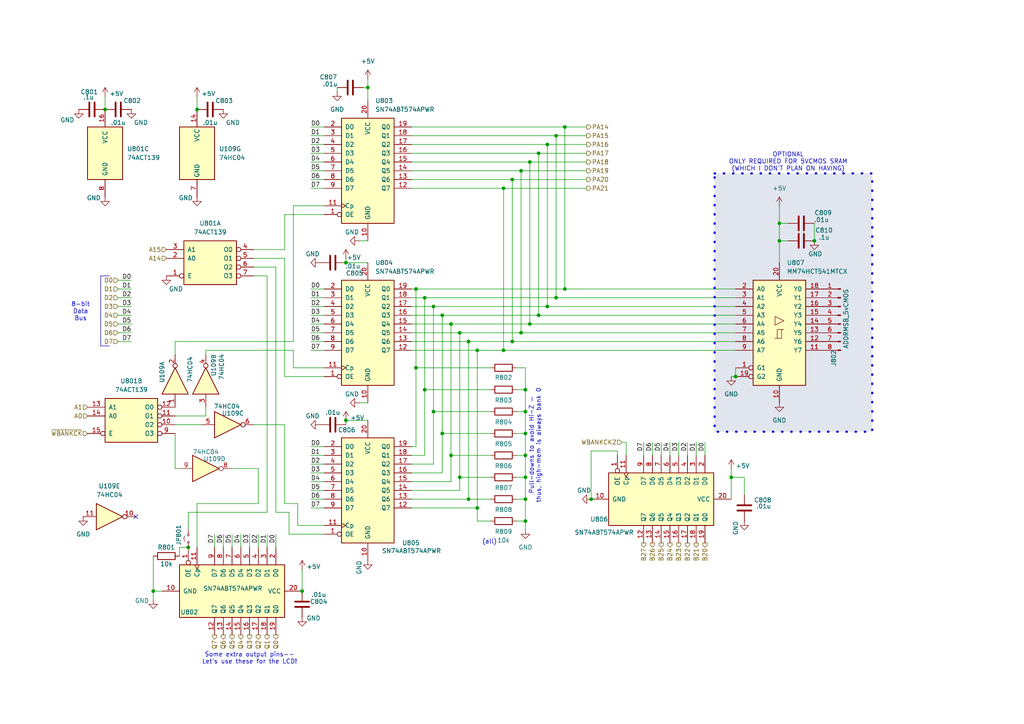
<source format=kicad_sch>
(kicad_sch (version 20250114) (generator "eeschema") (generator_version "9.0")
  (paper "A4")
  (title_block (title "65c02 Homebrew") (rev "Rev A") (company "Joseph R. Freeston") (comment 2 "https://github.com/snorklerjoe/useful6502") (comment 4 "A 65c02-based computer with peripheral i/o offloaded to a PIC16 microcontroller."))
  (lib_symbols
    (symbol "74xx:74HC04"
      (property "Reference" "U" (at 0 1.27 0))
      (property "Value" "74HC04" (at 0 -1.27 0))
      (symbol "74HC04_1_0"
        (polyline (pts (xy -3.81 3.81) (xy -3.81 -3.81) (xy 3.81 0) (xy -3.81 3.81)) (stroke (width 0.254)) (fill (type background)))
        (pin input line (at -7.62 0 0) (length 3.81) (name "~") (number "1"))
        (pin output inverted (at 7.62 0 180) (length 3.81) (name "~") (number "2"))
      )
      (symbol "74HC04_2_0"
        (polyline (pts (xy -3.81 3.81) (xy -3.81 -3.81) (xy 3.81 0) (xy -3.81 3.81)) (stroke (width 0.254)) (fill (type background)))
        (pin input line (at -7.62 0 0) (length 3.81) (name "~") (number "3"))
        (pin output inverted (at 7.62 0 180) (length 3.81) (name "~") (number "4"))
      )
      (symbol "74HC04_3_0"
        (polyline (pts (xy -3.81 3.81) (xy -3.81 -3.81) (xy 3.81 0) (xy -3.81 3.81)) (stroke (width 0.254)) (fill (type background)))
        (pin input line (at -7.62 0 0) (length 3.81) (name "~") (number "5"))
        (pin output inverted (at 7.62 0 180) (length 3.81) (name "~") (number "6"))
      )
      (symbol "74HC04_4_0"
        (polyline (pts (xy -3.81 3.81) (xy -3.81 -3.81) (xy 3.81 0) (xy -3.81 3.81)) (stroke (width 0.254)) (fill (type background)))
        (pin input line (at -7.62 0 0) (length 3.81) (name "~") (number "9"))
        (pin output inverted (at 7.62 0 180) (length 3.81) (name "~") (number "8"))
      )
      (symbol "74HC04_5_0"
        (polyline (pts (xy -3.81 3.81) (xy -3.81 -3.81) (xy 3.81 0) (xy -3.81 3.81)) (stroke (width 0.254)) (fill (type background)))
        (pin input line (at -7.62 0 0) (length 3.81) (name "~") (number "11"))
        (pin output inverted (at 7.62 0 180) (length 3.81) (name "~") (number "10"))
      )
      (symbol "74HC04_6_0"
        (polyline (pts (xy -3.81 3.81) (xy -3.81 -3.81) (xy 3.81 0) (xy -3.81 3.81)) (stroke (width 0.254)) (fill (type background)))
        (pin input line (at -7.62 0 0) (length 3.81) (name "~") (number "13"))
        (pin output inverted (at 7.62 0 180) (length 3.81) (name "~") (number "12"))
      )
      (symbol "74HC04_7_0"
        (pin power_in line (at 0 12.7 270) (length 5.08) (name "VCC") (number "14"))
        (pin power_in line (at 0 -12.7 90) (length 5.08) (name "GND") (number "7"))
      )
      (symbol "74HC04_7_1"
        (rectangle (start -5.08 7.62) (end 5.08 -7.62) (stroke (width 0.254)) (fill (type background)))
      )
    )
    (symbol "74xx:74HCT541" (pin_names (offset 1.016))
      (property "Reference" "U" (at -7.62 16.51 0))
      (property "Value" "74HCT541" (at -7.62 -16.51 0))
      (symbol "74HCT541_1_0"
        (polyline (pts (xy -1.27 -1.6002) (xy 0.635 -1.6002) (xy 0.635 0.9398) (xy 1.27 0.9398)))
        (polyline (pts (xy -0.635 -1.6002) (xy -0.635 0.9398) (xy 0.635 0.9398)))
        (polyline (pts (xy 1.27 3.4798) (xy -1.27 4.7498) (xy -1.27 2.2098) (xy 1.27 3.4798)) (stroke (width 0.1524)))
        (pin input line (at -12.7 12.7 0) (length 5.08) (name "A0") (number "2"))
        (pin input line (at -12.7 10.16 0) (length 5.08) (name "A1") (number "3"))
        (pin input line (at -12.7 7.62 0) (length 5.08) (name "A2") (number "4"))
        (pin input line (at -12.7 5.08 0) (length 5.08) (name "A3") (number "5"))
        (pin input line (at -12.7 2.54 0) (length 5.08) (name "A4") (number "6"))
        (pin input line (at -12.7 0 0) (length 5.08) (name "A5") (number "7"))
        (pin input line (at -12.7 -2.54 0) (length 5.08) (name "A6") (number "8"))
        (pin input line (at -12.7 -5.08 0) (length 5.08) (name "A7") (number "9"))
        (pin input inverted (at -12.7 -10.16 0) (length 5.08) (name "G1") (number "1"))
        (pin input inverted (at -12.7 -12.7 0) (length 5.08) (name "G2") (number "19"))
        (pin power_in line (at 0 20.32 270) (length 5.08) (name "VCC") (number "20"))
        (pin power_in line (at 0 -20.32 90) (length 5.08) (name "GND") (number "10"))
        (pin tri_state line (at 12.7 12.7 180) (length 5.08) (name "Y0") (number "18"))
        (pin tri_state line (at 12.7 10.16 180) (length 5.08) (name "Y1") (number "17"))
        (pin tri_state line (at 12.7 7.62 180) (length 5.08) (name "Y2") (number "16"))
        (pin tri_state line (at 12.7 5.08 180) (length 5.08) (name "Y3") (number "15"))
        (pin tri_state line (at 12.7 2.54 180) (length 5.08) (name "Y4") (number "14"))
        (pin tri_state line (at 12.7 0 180) (length 5.08) (name "Y5") (number "13"))
        (pin tri_state line (at 12.7 -2.54 180) (length 5.08) (name "Y6") (number "12"))
        (pin tri_state line (at 12.7 -5.08 180) (length 5.08) (name "Y7") (number "11"))
      )
      (symbol "74HCT541_1_1"
        (rectangle (start -7.62 15.24) (end 7.62 -15.24) (stroke (width 0.254)) (fill (type background)))
      )
    )
    (symbol "74xx:74HCT574" (pin_names (offset 1.016))
      (property "Reference" "U" (at -7.62 16.51 0))
      (property "Value" "74HCT574" (at -7.62 -16.51 0))
      (symbol "74HCT574_1_0"
        (pin input line (at -12.7 12.7 0) (length 5.08) (name "D0") (number "2"))
        (pin input line (at -12.7 10.16 0) (length 5.08) (name "D1") (number "3"))
        (pin input line (at -12.7 7.62 0) (length 5.08) (name "D2") (number "4"))
        (pin input line (at -12.7 5.08 0) (length 5.08) (name "D3") (number "5"))
        (pin input line (at -12.7 2.54 0) (length 5.08) (name "D4") (number "6"))
        (pin input line (at -12.7 0 0) (length 5.08) (name "D5") (number "7"))
        (pin input line (at -12.7 -2.54 0) (length 5.08) (name "D6") (number "8"))
        (pin input line (at -12.7 -5.08 0) (length 5.08) (name "D7") (number "9"))
        (pin input clock (at -12.7 -10.16 0) (length 5.08) (name "Cp") (number "11"))
        (pin input inverted (at -12.7 -12.7 0) (length 5.08) (name "OE") (number "1"))
        (pin power_in line (at 0 20.32 270) (length 5.08) (name "VCC") (number "20"))
        (pin power_in line (at 0 -20.32 90) (length 5.08) (name "GND") (number "10"))
        (pin tri_state line (at 12.7 12.7 180) (length 5.08) (name "Q0") (number "19"))
        (pin tri_state line (at 12.7 10.16 180) (length 5.08) (name "Q1") (number "18"))
        (pin tri_state line (at 12.7 7.62 180) (length 5.08) (name "Q2") (number "17"))
        (pin tri_state line (at 12.7 5.08 180) (length 5.08) (name "Q3") (number "16"))
        (pin tri_state line (at 12.7 2.54 180) (length 5.08) (name "Q4") (number "15"))
        (pin tri_state line (at 12.7 0 180) (length 5.08) (name "Q5") (number "14"))
        (pin tri_state line (at 12.7 -2.54 180) (length 5.08) (name "Q6") (number "13"))
        (pin tri_state line (at 12.7 -5.08 180) (length 5.08) (name "Q7") (number "12"))
      )
      (symbol "74HCT574_1_1"
        (rectangle (start -7.62 15.24) (end 7.62 -15.24) (stroke (width 0.254)) (fill (type background)))
      )
    )
    (symbol "74xx:74LS139" (pin_names (offset 1.016))
      (property "Reference" "U" (at -7.62 8.89 0))
      (property "Value" "74LS139" (at -7.62 -8.89 0))
      (symbol "74LS139_1_0"
        (pin input line (at -12.7 2.54 0) (length 5.08) (name "A1") (number "3"))
        (pin input line (at -12.7 0 0) (length 5.08) (name "A0") (number "2"))
        (pin input inverted (at -12.7 -5.08 0) (length 5.08) (name "E") (number "1"))
        (pin output inverted (at 12.7 2.54 180) (length 5.08) (name "O0") (number "4"))
        (pin output inverted (at 12.7 0 180) (length 5.08) (name "O1") (number "5"))
        (pin output inverted (at 12.7 -2.54 180) (length 5.08) (name "O2") (number "6"))
        (pin output inverted (at 12.7 -5.08 180) (length 5.08) (name "O3") (number "7"))
      )
      (symbol "74LS139_1_1"
        (rectangle (start -7.62 5.08) (end 7.62 -7.62) (stroke (width 0.254)) (fill (type background)))
      )
      (symbol "74LS139_2_0"
        (pin input line (at -12.7 2.54 0) (length 5.08) (name "A1") (number "13"))
        (pin input line (at -12.7 0 0) (length 5.08) (name "A0") (number "14"))
        (pin input inverted (at -12.7 -5.08 0) (length 5.08) (name "E") (number "15"))
        (pin output inverted (at 12.7 2.54 180) (length 5.08) (name "O0") (number "12"))
        (pin output inverted (at 12.7 0 180) (length 5.08) (name "O1") (number "11"))
        (pin output inverted (at 12.7 -2.54 180) (length 5.08) (name "O2") (number "10"))
        (pin output inverted (at 12.7 -5.08 180) (length 5.08) (name "O3") (number "9"))
      )
      (symbol "74LS139_2_1"
        (rectangle (start -7.62 5.08) (end 7.62 -7.62) (stroke (width 0.254)) (fill (type background)))
      )
      (symbol "74LS139_3_0"
        (pin power_in line (at 0 12.7 270) (length 5.08) (name "VCC") (number "16"))
        (pin power_in line (at 0 -12.7 90) (length 5.08) (name "GND") (number "8"))
      )
      (symbol "74LS139_3_1"
        (rectangle (start -5.08 7.62) (end 5.08 -7.62) (stroke (width 0.254)) (fill (type background)))
      )
    )
    (symbol "Connector:Conn_01x08_Pin" (pin_names (offset 1.016) (hide yes))
      (property "Reference" "J" (at 0 10.16 0))
      (property "Value" "Conn_01x08_Pin" (at 0 -12.7 0))
      (symbol "Conn_01x08_Pin_1_1"
        (rectangle (start 0.8636 7.747) (end 0 7.493) (stroke (width 0.1524)) (fill (type outline)))
        (rectangle (start 0.8636 5.207) (end 0 4.953) (stroke (width 0.1524)) (fill (type outline)))
        (rectangle (start 0.8636 2.667) (end 0 2.413) (stroke (width 0.1524)) (fill (type outline)))
        (rectangle (start 0.8636 0.127) (end 0 -0.127) (stroke (width 0.1524)) (fill (type outline)))
        (rectangle (start 0.8636 -2.413) (end 0 -2.667) (stroke (width 0.1524)) (fill (type outline)))
        (rectangle (start 0.8636 -4.953) (end 0 -5.207) (stroke (width 0.1524)) (fill (type outline)))
        (rectangle (start 0.8636 -7.493) (end 0 -7.747) (stroke (width 0.1524)) (fill (type outline)))
        (rectangle (start 0.8636 -10.033) (end 0 -10.287) (stroke (width 0.1524)) (fill (type outline)))
        (polyline (pts (xy 1.27 7.62) (xy 0.8636 7.62)) (stroke (width 0.1524)))
        (polyline (pts (xy 1.27 5.08) (xy 0.8636 5.08)) (stroke (width 0.1524)))
        (polyline (pts (xy 1.27 2.54) (xy 0.8636 2.54)) (stroke (width 0.1524)))
        (polyline (pts (xy 1.27 0) (xy 0.8636 0)) (stroke (width 0.1524)))
        (polyline (pts (xy 1.27 -2.54) (xy 0.8636 -2.54)) (stroke (width 0.1524)))
        (polyline (pts (xy 1.27 -5.08) (xy 0.8636 -5.08)) (stroke (width 0.1524)))
        (polyline (pts (xy 1.27 -7.62) (xy 0.8636 -7.62)) (stroke (width 0.1524)))
        (polyline (pts (xy 1.27 -10.16) (xy 0.8636 -10.16)) (stroke (width 0.1524)))
        (pin passive line (at 5.08 7.62 180) (length 3.81) (name "Pin_1") (number "1"))
        (pin passive line (at 5.08 5.08 180) (length 3.81) (name "Pin_2") (number "2"))
        (pin passive line (at 5.08 2.54 180) (length 3.81) (name "Pin_3") (number "3"))
        (pin passive line (at 5.08 0 180) (length 3.81) (name "Pin_4") (number "4"))
        (pin passive line (at 5.08 -2.54 180) (length 3.81) (name "Pin_5") (number "5"))
        (pin passive line (at 5.08 -5.08 180) (length 3.81) (name "Pin_6") (number "6"))
        (pin passive line (at 5.08 -7.62 180) (length 3.81) (name "Pin_7") (number "7"))
        (pin passive line (at 5.08 -10.16 180) (length 3.81) (name "Pin_8") (number "8"))
      )
    )
    (symbol "Device:C" (pin_numbers (hide yes)) (pin_names (offset 0.254))
      (property "Reference" "C" (at 0.635 2.54 0))
      (property "Value" "C" (at 0.635 -2.54 0))
      (symbol "C_0_1"
        (polyline (pts (xy -2.032 0.762) (xy 2.032 0.762)) (stroke (width 0.508)))
        (polyline (pts (xy -2.032 -0.762) (xy 2.032 -0.762)) (stroke (width 0.508)))
      )
      (symbol "C_1_1"
        (pin passive line (at 0 3.81 270) (length 2.794) (name "~") (number "1"))
        (pin passive line (at 0 -3.81 90) (length 2.794) (name "~") (number "2"))
      )
    )
    (symbol "Device:R" (pin_numbers (hide yes)) (pin_names (offset 0))
      (property "Reference" "R" (at 2.032 0 90))
      (property "Value" "R" (at 0 0 90))
      (symbol "R_0_1"
        (rectangle (start -1.016 -2.54) (end 1.016 2.54) (stroke (width 0.254)))
      )
      (symbol "R_1_1"
        (pin passive line (at 0 3.81 270) (length 1.27) (name "~") (number "1"))
        (pin passive line (at 0 -3.81 90) (length 1.27) (name "~") (number "2"))
      )
    )
    (symbol "Jumper:Jumper_2_Small_Open" (pin_numbers (hide yes)) (pin_names (offset 0) (hide yes))
      (property "Reference" "JP" (at 0 2.794 0))
      (property "Value" "Jumper_2_Small_Open" (at 0 -2.286 0))
      (symbol "Jumper_2_Small_Open_0_0"
        (circle (center -1.016 0) (radius 0.254))
        (circle (center 1.016 0) (radius 0.254))
      )
      (symbol "Jumper_2_Small_Open_0_1"
        (arc (start -0.762 1.0196) (mid 0 1.2729) (end 0.762 1.0196))
      )
      (symbol "Jumper_2_Small_Open_1_1"
        (pin passive line (at -2.54 0 0) (length 1.27) (name "A") (number "1"))
        (pin passive line (at 2.54 0 180) (length 1.27) (name "B") (number "2"))
      )
    )
    (symbol "power:+5V" (power) (pin_numbers (hide yes)) (pin_names (offset 0) (hide yes))
      (property "Value" "+5V" (at 0 3.556 0))
      (symbol "+5V_0_1"
        (polyline (pts (xy -0.762 1.27) (xy 0 2.54)))
        (polyline (pts (xy 0 2.54) (xy 0.762 1.27)))
        (polyline (pts (xy 0 0) (xy 0 2.54)))
      )
      (symbol "+5V_1_1"
        (pin power_in line (at 0 0 90) (length 0) (name "~") (number "1"))
      )
    )
    (symbol "power:GND" (power) (pin_numbers (hide yes)) (pin_names (offset 0) (hide yes))
      (property "Value" "GND" (at 0 -3.81 0))
      (symbol "GND_0_1"
        (polyline (pts (xy 0 0) (xy 0 -1.27) (xy 1.27 -1.27) (xy 0 -2.54) (xy -1.27 -1.27) (xy 0 -1.27)))
      )
      (symbol "GND_1_1"
        (pin power_in line (at 0 0 270) (length 0) (name "~") (number "1"))
      )
    )
  )
  (rectangle (start 207.264 50.292) (end 252.984 125.222) (stroke (width 0.635) (type dot)) (fill (type color) (color 0 35 111 0.12)))
  (text "Pull-downs to avoid Hi-Z —\nthus, high-mem is always bank 0" (at 155.194 129.286 90) (effects (font (size 1.27 1.27))))
  (text "8-bit\nData\nBus" (at 23.368 90.424 0) (effects (font (size 1.27 1.27))))
  (text "OPTIONAL\nONLY REQUIRED FOR 5VCMOS SRAM\n(WHICH I DON'T PLAN ON HAVING)" (at 228.6 46.99 0) (effects (font (size 1.27 1.27))))
  (text "Some extra output pins--\nLet's use these for the LCD!" (at 72.39 191.008 0) (effects (font (size 1.27 1.27))))
  (text "(all)" (at 141.986 157.226 0) (effects (font (size 1.27 1.27))))
  (junction (at 226.06 64.77))
  (junction (at 151.13 96.52))
  (junction (at 152.4 119.38))
  (junction (at 135.89 99.06))
  (junction (at 163.83 83.82))
  (junction (at 156.21 91.44))
  (junction (at 212.09 138.43))
  (junction (at 100.33 121.92))
  (junction (at 128.27 125.73))
  (junction (at 171.45 144.78))
  (junction (at 152.4 125.73))
  (junction (at 87.63 171.45))
  (junction (at 128.27 91.44))
  (junction (at 135.89 144.78))
  (junction (at 133.35 138.43))
  (junction (at 130.81 132.08))
  (junction (at 125.73 119.38))
  (junction (at 213.36 109.22))
  (junction (at 123.19 86.36))
  (junction (at 161.29 86.36))
  (junction (at 152.4 113.03))
  (junction (at 138.43 147.32))
  (junction (at 152.4 132.08))
  (junction (at 152.4 144.78))
  (junction (at 57.15 31.75))
  (junction (at 236.22 69.85))
  (junction (at 158.75 41.91))
  (junction (at 152.4 138.43))
  (junction (at 30.48 31.75))
  (junction (at 226.06 69.85))
  (junction (at 120.65 106.68))
  (junction (at 153.67 46.99))
  (junction (at 148.59 52.07))
  (junction (at 152.4 151.13))
  (junction (at 153.67 93.98))
  (junction (at 146.05 101.6))
  (junction (at 161.29 39.37))
  (junction (at 123.19 113.03))
  (junction (at 146.05 54.61))
  (junction (at 44.45 171.45))
  (junction (at 163.83 36.83))
  (junction (at 130.81 93.98))
  (junction (at 106.68 25.4))
  (junction (at 120.65 83.82))
  (junction (at 156.21 44.45))
  (junction (at 158.75 88.9))
  (junction (at 138.43 101.6))
  (junction (at 133.35 96.52))
  (junction (at 100.33 76.2))
  (junction (at 54.61 158.75))
  (junction (at 151.13 49.53))
  (junction (at 125.73 88.9))
  (junction (at 148.59 99.06))
  (no_connect (at 39.37 149.86))
  (wire (pts (xy 52.07 161.29) (xy 52.07 158.75)))
  (wire (pts (xy 161.29 86.36) (xy 213.36 86.36)))
  (wire (pts (xy 130.81 139.7) (xy 130.81 132.08)))
  (wire (pts (xy 93.98 129.54) (xy 90.17 129.54)))
  (polyline (pts (xy 29.21 80.01) (xy 29.21 100.33)))
  (wire (pts (xy 44.45 161.29) (xy 44.45 171.45)))
  (wire (pts (xy 93.98 142.24) (xy 90.17 142.24)))
  (wire (pts (xy 138.43 101.6) (xy 146.05 101.6)))
  (wire (pts (xy 120.65 106.68) (xy 142.24 106.68)))
  (wire (pts (xy 236.22 64.77) (xy 236.22 69.85)))
  (wire (pts (xy 83.82 148.59) (xy 83.82 154.94)))
  (wire (pts (xy 93.98 96.52) (xy 90.17 96.52)))
  (wire (pts (xy 100.33 121.92) (xy 100.33 123.19)))
  (wire (pts (xy 104.14 116.84) (xy 106.68 116.84)))
  (wire (pts (xy 77.47 158.75) (xy 77.47 154.94)))
  (wire (pts (xy 93.98 147.32) (xy 90.17 147.32)))
  (wire (pts (xy 100.33 76.2) (xy 106.68 76.2)))
  (wire (pts (xy 119.38 88.9) (xy 125.73 88.9)))
  (wire (pts (xy 93.98 93.98) (xy 90.17 93.98)))
  (wire (pts (xy 85.09 99.06) (xy 85.09 59.69)))
  (wire (pts (xy 158.75 41.91) (xy 158.75 88.9)))
  (wire (pts (xy 82.55 123.19) (xy 82.55 146.05)))
  (wire (pts (xy 77.47 80.01) (xy 77.47 148.59)))
  (wire (pts (xy 138.43 147.32) (xy 138.43 101.6)))
  (wire (pts (xy 180.34 128.27) (xy 181.61 128.27)))
  (wire (pts (xy 146.05 54.61) (xy 170.18 54.61)))
  (wire (pts (xy 212.09 138.43) (xy 212.09 144.78)))
  (wire (pts (xy 123.19 86.36) (xy 123.19 113.03)))
  (wire (pts (xy 44.45 171.45) (xy 46.99 171.45)))
  (wire (pts (xy 93.98 49.53) (xy 90.17 49.53)))
  (wire (pts (xy 133.35 138.43) (xy 142.24 138.43)))
  (wire (pts (xy 156.21 44.45) (xy 156.21 91.44)))
  (wire (pts (xy 163.83 36.83) (xy 163.83 83.82)))
  (wire (pts (xy 128.27 91.44) (xy 156.21 91.44)))
  (polyline (pts (xy 31.75 100.33) (xy 29.21 100.33)))
  (wire (pts (xy 119.38 144.78) (xy 135.89 144.78)))
  (wire (pts (xy 148.59 52.07) (xy 148.59 99.06)))
  (wire (pts (xy 80.01 148.59) (xy 83.82 148.59)))
  (wire (pts (xy 82.55 109.22) (xy 82.55 74.93)))
  (wire (pts (xy 130.81 132.08) (xy 142.24 132.08)))
  (wire (pts (xy 105.41 25.4) (xy 106.68 25.4)))
  (wire (pts (xy 119.38 137.16) (xy 128.27 137.16)))
  (wire (pts (xy 226.06 69.85) (xy 226.06 76.2)))
  (wire (pts (xy 163.83 83.82) (xy 213.36 83.82)))
  (wire (pts (xy 93.98 139.7) (xy 90.17 139.7)))
  (wire (pts (xy 50.8 99.06) (xy 85.09 99.06)))
  (wire (pts (xy 215.9 138.43) (xy 212.09 138.43)))
  (wire (pts (xy 163.83 36.83) (xy 170.18 36.83)))
  (polyline (pts (xy 31.75 80.01) (xy 29.21 80.01)))
  (wire (pts (xy 152.4 119.38) (xy 152.4 125.73)))
  (wire (pts (xy 189.23 132.08) (xy 189.23 128.27)))
  (wire (pts (xy 153.67 46.99) (xy 153.67 93.98)))
  (wire (pts (xy 215.9 143.51) (xy 215.9 138.43)))
  (wire (pts (xy 128.27 137.16) (xy 128.27 125.73)))
  (wire (pts (xy 148.59 99.06) (xy 213.36 99.06)))
  (wire (pts (xy 152.4 153.67) (xy 152.4 151.13)))
  (wire (pts (xy 93.98 86.36) (xy 90.17 86.36)))
  (wire (pts (xy 151.13 96.52) (xy 213.36 96.52)))
  (wire (pts (xy 149.86 132.08) (xy 152.4 132.08)))
  (wire (pts (xy 181.61 128.27) (xy 181.61 132.08)))
  (wire (pts (xy 106.68 25.4) (xy 106.68 29.21)))
  (wire (pts (xy 120.65 83.82) (xy 163.83 83.82)))
  (wire (pts (xy 93.98 54.61) (xy 90.17 54.61)))
  (wire (pts (xy 158.75 88.9) (xy 213.36 88.9)))
  (wire (pts (xy 119.38 134.62) (xy 125.73 134.62)))
  (wire (pts (xy 119.38 46.99) (xy 153.67 46.99)))
  (wire (pts (xy 213.36 109.22) (xy 212.09 109.22)))
  (wire (pts (xy 119.38 91.44) (xy 128.27 91.44)))
  (wire (pts (xy 161.29 39.37) (xy 161.29 86.36)))
  (wire (pts (xy 93.98 144.78) (xy 90.17 144.78)))
  (wire (pts (xy 226.06 64.77) (xy 228.6 64.77)))
  (wire (pts (xy 73.66 77.47) (xy 80.01 77.47)))
  (wire (pts (xy 93.98 39.37) (xy 90.17 39.37)))
  (wire (pts (xy 152.4 113.03) (xy 152.4 119.38)))
  (wire (pts (xy 73.66 72.39) (xy 82.55 72.39)))
  (wire (pts (xy 93.98 36.83) (xy 90.17 36.83)))
  (wire (pts (xy 151.13 49.53) (xy 151.13 96.52)))
  (wire (pts (xy 57.15 27.94) (xy 57.15 31.75)))
  (wire (pts (xy 85.09 106.68) (xy 93.98 106.68)))
  (wire (pts (xy 93.98 91.44) (xy 90.17 91.44)))
  (wire (pts (xy 119.38 139.7) (xy 130.81 139.7)))
  (wire (pts (xy 194.31 132.08) (xy 194.31 128.27)))
  (wire (pts (xy 152.4 144.78) (xy 152.4 151.13)))
  (wire (pts (xy 74.93 135.89) (xy 74.93 146.05)))
  (wire (pts (xy 119.38 99.06) (xy 135.89 99.06)))
  (wire (pts (xy 156.21 44.45) (xy 170.18 44.45)))
  (wire (pts (xy 59.69 120.65) (xy 50.8 120.65)))
  (wire (pts (xy 138.43 151.13) (xy 138.43 147.32)))
  (wire (pts (xy 77.47 148.59) (xy 54.61 148.59)))
  (wire (pts (xy 30.48 27.94) (xy 30.48 31.75)))
  (wire (pts (xy 38.1 88.9) (xy 34.29 88.9)))
  (wire (pts (xy 93.98 46.99) (xy 90.17 46.99)))
  (wire (pts (xy 83.82 154.94) (xy 93.98 154.94)))
  (wire (pts (xy 38.1 86.36) (xy 34.29 86.36)))
  (wire (pts (xy 152.4 138.43) (xy 152.4 144.78)))
  (wire (pts (xy 123.19 113.03) (xy 142.24 113.03)))
  (wire (pts (xy 125.73 134.62) (xy 125.73 119.38)))
  (wire (pts (xy 64.77 158.75) (xy 64.77 154.94)))
  (wire (pts (xy 54.61 148.59) (xy 54.61 153.67)))
  (wire (pts (xy 50.8 135.89) (xy 50.8 125.73)))
  (wire (pts (xy 119.38 54.61) (xy 146.05 54.61)))
  (wire (pts (xy 226.06 59.69) (xy 226.06 64.77)))
  (wire (pts (xy 153.67 93.98) (xy 213.36 93.98)))
  (wire (pts (xy 153.67 46.99) (xy 170.18 46.99)))
  (wire (pts (xy 82.55 74.93) (xy 73.66 74.93)))
  (wire (pts (xy 93.98 137.16) (xy 90.17 137.16)))
  (wire (pts (xy 50.8 102.87) (xy 50.8 99.06)))
  (wire (pts (xy 226.06 64.77) (xy 226.06 69.85)))
  (wire (pts (xy 133.35 96.52) (xy 133.35 138.43)))
  (wire (pts (xy 93.98 132.08) (xy 90.17 132.08)))
  (wire (pts (xy 74.93 146.05) (xy 57.15 146.05)))
  (wire (pts (xy 146.05 54.61) (xy 146.05 101.6)))
  (wire (pts (xy 93.98 52.07) (xy 90.17 52.07)))
  (wire (pts (xy 119.38 93.98) (xy 130.81 93.98)))
  (wire (pts (xy 130.81 93.98) (xy 153.67 93.98)))
  (wire (pts (xy 67.31 158.75) (xy 67.31 154.94)))
  (wire (pts (xy 149.86 106.68) (xy 152.4 106.68)))
  (wire (pts (xy 125.73 119.38) (xy 142.24 119.38)))
  (wire (pts (xy 149.86 113.03) (xy 152.4 113.03)))
  (wire (pts (xy 93.98 99.06) (xy 90.17 99.06)))
  (wire (pts (xy 128.27 91.44) (xy 128.27 125.73)))
  (wire (pts (xy 59.69 101.6) (xy 85.09 101.6)))
  (wire (pts (xy 179.07 130.81) (xy 171.45 130.81)))
  (wire (pts (xy 119.38 83.82) (xy 120.65 83.82)))
  (wire (pts (xy 119.38 132.08) (xy 123.19 132.08)))
  (wire (pts (xy 179.07 130.81) (xy 179.07 132.08)))
  (wire (pts (xy 72.39 158.75) (xy 72.39 154.94)))
  (wire (pts (xy 82.55 146.05) (xy 86.36 146.05)))
  (wire (pts (xy 161.29 39.37) (xy 170.18 39.37)))
  (wire (pts (xy 149.86 138.43) (xy 152.4 138.43)))
  (wire (pts (xy 196.85 132.08) (xy 196.85 128.27)))
  (wire (pts (xy 204.47 132.08) (xy 204.47 128.27)))
  (wire (pts (xy 85.09 101.6) (xy 85.09 106.68)))
  (wire (pts (xy 93.98 44.45) (xy 90.17 44.45)))
  (wire (pts (xy 123.19 132.08) (xy 123.19 113.03)))
  (wire (pts (xy 119.38 52.07) (xy 148.59 52.07)))
  (wire (pts (xy 38.1 91.44) (xy 34.29 91.44)))
  (wire (pts (xy 119.38 96.52) (xy 133.35 96.52)))
  (wire (pts (xy 130.81 93.98) (xy 130.81 132.08)))
  (wire (pts (xy 201.93 132.08) (xy 201.93 128.27)))
  (wire (pts (xy 100.33 121.92) (xy 106.68 121.92)))
  (wire (pts (xy 62.23 158.75) (xy 62.23 154.94)))
  (wire (pts (xy 119.38 147.32) (xy 138.43 147.32)))
  (wire (pts (xy 38.1 96.52) (xy 34.29 96.52)))
  (wire (pts (xy 123.19 86.36) (xy 161.29 86.36)))
  (wire (pts (xy 135.89 144.78) (xy 142.24 144.78)))
  (wire (pts (xy 226.06 69.85) (xy 228.6 69.85)))
  (wire (pts (xy 213.36 109.22) (xy 213.36 106.68)))
  (wire (pts (xy 119.38 44.45) (xy 156.21 44.45)))
  (wire (pts (xy 86.36 146.05) (xy 86.36 152.4)))
  (wire (pts (xy 149.86 119.38) (xy 152.4 119.38)))
  (wire (pts (xy 120.65 83.82) (xy 120.65 106.68)))
  (wire (pts (xy 135.89 99.06) (xy 148.59 99.06)))
  (wire (pts (xy 133.35 96.52) (xy 151.13 96.52)))
  (wire (pts (xy 93.98 134.62) (xy 90.17 134.62)))
  (wire (pts (xy 148.59 52.07) (xy 170.18 52.07)))
  (wire (pts (xy 119.38 39.37) (xy 161.29 39.37)))
  (wire (pts (xy 152.4 106.68) (xy 152.4 113.03)))
  (wire (pts (xy 82.55 72.39) (xy 82.55 62.23)))
  (wire (pts (xy 152.4 151.13) (xy 149.86 151.13)))
  (wire (pts (xy 52.07 135.89) (xy 50.8 135.89)))
  (wire (pts (xy 119.38 142.24) (xy 133.35 142.24)))
  (wire (pts (xy 57.15 146.05) (xy 57.15 158.75)))
  (wire (pts (xy 82.55 62.23) (xy 93.98 62.23)))
  (wire (pts (xy 52.07 158.75) (xy 54.61 158.75)))
  (wire (pts (xy 199.39 132.08) (xy 199.39 128.27)))
  (wire (pts (xy 120.65 106.68) (xy 120.65 129.54)))
  (wire (pts (xy 93.98 109.22) (xy 82.55 109.22)))
  (wire (pts (xy 93.98 88.9) (xy 90.17 88.9)))
  (wire (pts (xy 93.98 41.91) (xy 90.17 41.91)))
  (wire (pts (xy 104.14 69.85) (xy 106.68 69.85)))
  (wire (pts (xy 38.1 99.06) (xy 34.29 99.06)))
  (wire (pts (xy 69.85 158.75) (xy 69.85 154.94)))
  (wire (pts (xy 73.66 123.19) (xy 82.55 123.19)))
  (wire (pts (xy 146.05 101.6) (xy 213.36 101.6)))
  (wire (pts (xy 73.66 80.01) (xy 77.47 80.01)))
  (wire (pts (xy 142.24 151.13) (xy 138.43 151.13)))
  (wire (pts (xy 80.01 158.75) (xy 80.01 154.94)))
  (wire (pts (xy 152.4 125.73) (xy 152.4 132.08)))
  (wire (pts (xy 50.8 123.19) (xy 58.42 123.19)))
  (wire (pts (xy 152.4 132.08) (xy 152.4 138.43)))
  (wire (pts (xy 80.01 77.47) (xy 80.01 148.59)))
  (wire (pts (xy 125.73 88.9) (xy 158.75 88.9)))
  (wire (pts (xy 67.31 135.89) (xy 74.93 135.89)))
  (wire (pts (xy 93.98 83.82) (xy 90.17 83.82)))
  (wire (pts (xy 128.27 125.73) (xy 142.24 125.73)))
  (wire (pts (xy 93.98 101.6) (xy 90.17 101.6)))
  (wire (pts (xy 119.38 101.6) (xy 138.43 101.6)))
  (wire (pts (xy 119.38 49.53) (xy 151.13 49.53)))
  (wire (pts (xy 151.13 49.53) (xy 170.18 49.53)))
  (wire (pts (xy 171.45 130.81) (xy 171.45 144.78)))
  (wire (pts (xy 149.86 144.78) (xy 152.4 144.78)))
  (wire (pts (xy 156.21 91.44) (xy 213.36 91.44)))
  (wire (pts (xy 86.36 152.4) (xy 93.98 152.4)))
  (wire (pts (xy 44.45 173.99) (xy 44.45 171.45)))
  (wire (pts (xy 133.35 138.43) (xy 133.35 142.24)))
  (wire (pts (xy 135.89 99.06) (xy 135.89 144.78)))
  (wire (pts (xy 119.38 36.83) (xy 163.83 36.83)))
  (wire (pts (xy 59.69 118.11) (xy 59.69 120.65)))
  (wire (pts (xy 212.09 135.89) (xy 212.09 138.43)))
  (wire (pts (xy 119.38 129.54) (xy 120.65 129.54)))
  (wire (pts (xy 100.33 74.93) (xy 100.33 76.2)))
  (wire (pts (xy 119.38 86.36) (xy 123.19 86.36)))
  (wire (pts (xy 119.38 41.91) (xy 158.75 41.91)))
  (wire (pts (xy 158.75 41.91) (xy 170.18 41.91)))
  (wire (pts (xy 149.86 125.73) (xy 152.4 125.73)))
  (wire (pts (xy 59.69 102.87) (xy 59.69 101.6)))
  (wire (pts (xy 191.77 132.08) (xy 191.77 128.27)))
  (wire (pts (xy 97.79 25.4) (xy 97.79 26.67)))
  (wire (pts (xy 38.1 93.98) (xy 34.29 93.98)))
  (wire (pts (xy 106.68 22.86) (xy 106.68 25.4)))
  (wire (pts (xy 186.69 132.08) (xy 186.69 128.27)))
  (wire (pts (xy 74.93 158.75) (xy 74.93 154.94)))
  (wire (pts (xy 34.29 81.28) (xy 38.1 81.28)))
  (wire (pts (xy 34.29 83.82) (xy 38.1 83.82)))
  (wire (pts (xy 125.73 88.9) (xy 125.73 119.38)))
  (wire (pts (xy 87.63 171.45) (xy 87.63 165.1)))
  (wire (pts (xy 85.09 59.69) (xy 93.98 59.69)))
  (label "D1" (at 38.1 83.82 180))
  (label "D5" (at 90.17 96.52 0))
  (label "D2" (at 90.17 134.62 0))
  (label "D3" (at 90.17 137.16 0))
  (label "D2" (at 199.39 128.27 270))
  (label "D5" (at 67.31 154.94 270))
  (label "D3" (at 90.17 91.44 0))
  (label "D3" (at 196.85 128.27 270))
  (label "D5" (at 191.77 128.27 270))
  (label "D2" (at 90.17 88.9 0))
  (label "D7" (at 90.17 54.61 0))
  (label "D2" (at 90.17 41.91 0))
  (label "D4" (at 69.85 154.94 270))
  (label "D0" (at 38.1 81.28 180))
  (label "D1" (at 90.17 132.08 0))
  (label "D0" (at 80.01 154.94 270))
  (label "D4" (at 90.17 46.99 0))
  (label "D2" (at 74.93 154.94 270))
  (label "D6" (at 90.17 99.06 0))
  (label "D6" (at 90.17 144.78 0))
  (label "D3" (at 72.39 154.94 270))
  (label "D1" (at 90.17 39.37 0))
  (label "D5" (at 38.1 93.98 180))
  (label "D4" (at 38.1 91.44 180))
  (label "D7" (at 90.17 147.32 0))
  (label "D6" (at 189.23 128.27 270))
  (label "D3" (at 38.1 88.9 180))
  (label "D0" (at 90.17 36.83 0))
  (label "D4" (at 90.17 93.98 0))
  (label "D5" (at 90.17 142.24 0))
  (label "D0" (at 90.17 83.82 0))
  (label "D6" (at 38.1 96.52 180))
  (label "D0" (at 90.17 129.54 0))
  (label "D7" (at 90.17 101.6 0))
  (label "D4" (at 194.31 128.27 270))
  (label "D1" (at 201.93 128.27 270))
  (label "D2" (at 38.1 86.36 180))
  (label "D1" (at 77.47 154.94 270))
  (label "D3" (at 90.17 44.45 0))
  (label "D7" (at 62.23 154.94 270))
  (label "D5" (at 90.17 49.53 0))
  (label "D7" (at 38.1 99.06 180))
  (label "D0" (at 204.47 128.27 270))
  (label "D7" (at 186.69 128.27 270))
  (label "D6" (at 64.77 154.94 270))
  (label "D6" (at 90.17 52.07 0))
  (label "D1" (at 90.17 86.36 0))
  (label "D4" (at 90.17 139.7 0))
  (hierarchical_label "Q2" (shape output) (at 74.93 184.15 270))
  (hierarchical_label "Q0" (shape output) (at 80.01 184.15 270))
  (hierarchical_label "PA16" (shape output) (at 170.18 41.91 0))
  (hierarchical_label "PA14" (shape output) (at 170.18 36.83 0))
  (hierarchical_label "D4" (shape input) (at 34.29 91.44 180))
  (hierarchical_label "A0" (shape input) (at 25.4 120.65 180))
  (hierarchical_label "Q3" (shape output) (at 72.39 184.15 270))
  (hierarchical_label "D3" (shape input) (at 34.29 88.9 180))
  (hierarchical_label "B26" (shape output) (at 189.23 157.48 270))
  (hierarchical_label "A15" (shape input) (at 48.26 72.39 180))
  (hierarchical_label "D0" (shape input) (at 34.29 81.28 180))
  (hierarchical_label "Q4" (shape output) (at 69.85 184.15 270))
  (hierarchical_label "~{WBANKCK}" (shape input) (at 25.4 125.73 180))
  (hierarchical_label "Q1" (shape output) (at 77.47 184.15 270))
  (hierarchical_label "B20" (shape output) (at 204.47 157.48 270))
  (hierarchical_label "Q6" (shape output) (at 64.77 184.15 270))
  (hierarchical_label "PA15" (shape output) (at 170.18 39.37 0))
  (hierarchical_label "D6" (shape input) (at 34.29 96.52 180))
  (hierarchical_label "A1" (shape input) (at 25.4 118.11 180))
  (hierarchical_label "PA18" (shape output) (at 170.18 46.99 0))
  (hierarchical_label "D5" (shape input) (at 34.29 93.98 180))
  (hierarchical_label "WBANKCK2" (shape input) (at 180.34 128.27 180))
  (hierarchical_label "Q5" (shape output) (at 67.31 184.15 270))
  (hierarchical_label "PA19" (shape output) (at 170.18 49.53 0))
  (hierarchical_label "B22" (shape output) (at 199.39 157.48 270))
  (hierarchical_label "A14" (shape input) (at 48.26 74.93 180))
  (hierarchical_label "D1" (shape input) (at 34.29 83.82 180))
  (hierarchical_label "B27" (shape output) (at 186.69 157.48 270))
  (hierarchical_label "PA21" (shape output) (at 170.18 54.61 0))
  (hierarchical_label "B25" (shape output) (at 191.77 157.48 270))
  (hierarchical_label "PA17" (shape output) (at 170.18 44.45 0))
  (hierarchical_label "B24" (shape output) (at 194.31 157.48 270))
  (hierarchical_label "D7" (shape input) (at 34.29 99.06 180))
  (hierarchical_label "B23" (shape output) (at 196.85 157.48 270))
  (hierarchical_label "D2" (shape input) (at 34.29 86.36 180))
  (hierarchical_label "B21" (shape output) (at 201.93 157.48 270))
  (hierarchical_label "PA20" (shape output) (at 170.18 52.07 0))
  (hierarchical_label "Q7" (shape output) (at 62.23 184.15 270))
  (symbol (lib_id "power:GND") (at 24.13 149.86 0) (unit 1)
    (property "Reference" "#PWR0802" (effects (hide yes)))
    (property "Value" "GND" (at 24.13 154.94 0))
    (property "Description" "Power symbol creates a global label with name \"GND\" , ground" (effects (hide yes)))
  )
  (symbol (lib_id "power:GND") (at 236.22 69.85 0) (mirror y) (unit 1)
    (property "Reference" "#PWR0829" (effects (hide yes)))
    (property "Value" "GND" (at 236.474 73.66 0))
    (property "Description" "Power symbol creates a global label with name \"GND\" , ground" (effects (hide yes)))
  )
  (symbol (lib_id "power:+5V") (at 106.68 22.86 0) (unit 1)
    (property "Reference" "#PWR0820" (effects (hide yes)))
    (property "Value" "+5V" (at 106.68 17.78 0))
    (property "Description" "Power symbol creates a global label with name \"+5V\"" (effects (hide yes)))
  )
  (symbol (lib_id "power:GND") (at 57.15 57.15 0) (mirror y) (unit 1)
    (property "Reference" "#PWR0809" (effects (hide yes)))
    (property "Value" "GND" (at 51.816 57.404 0) (effects (justify right)))
    (property "Description" "Power symbol creates a global label with name \"GND\" , ground" (effects (hide yes)))
  )
  (symbol (lib_id "74xx:74HCT574") (at 106.68 142.24 0) (unit 1)
    (property "Reference" "U805" (at 116.586 157.48 0) (effects (justify left)))
    (property "Value" "SN74ABT574APWR" (at 110.744 159.766 0) (effects (justify left)))
    (property "Footprint" "Package_SO:TSSOP-20_4.4x6.5mm_P0.65mm" (effects (hide yes)))
    (property "Datasheet" "https://www.ti.com/lit/ds/symlink/sn54abt574.pdf" (effects (hide yes)))
    (property "Description" "8-bit Register, 3-state outputs" (effects (hide yes)))
  )
  (symbol (lib_id "Device:R") (at 146.05 144.78 90) (mirror x) (unit 1)
    (property "Reference" "R808" (at 146.05 147.828 90))
    (property "Value" "10k" (effects (hide yes)))
    (property "Footprint" "Resistor_SMD:R_0402_1005Metric" (effects (hide yes)))
    (property "Description" "Resistor" (effects (hide yes)))
  )
  (symbol (lib_id "power:GND") (at 64.77 31.75 0) (unit 1)
    (property "Reference" "#PWR0810" (effects (hide yes)))
    (property "Value" "GND" (at 69.596 35.56 0) (effects (justify right)))
    (property "Description" "Power symbol creates a global label with name \"GND\" , ground" (effects (hide yes)))
  )
  (symbol (lib_id "74xx:74LS139") (at 38.1 120.65 0) (unit 2)
    (property "Reference" "U801" (at 38.1 110.49 0))
    (property "Value" "74ACT139" (at 38.1 113.03 0))
    (property "Footprint" "Package_SO:TSSOP-16_4.4x5mm_P0.65mm" (effects (hide yes)))
    (property "Datasheet" "http://www.ti.com/lit/ds/symlink/sn74ls139a.pdf" (effects (hide yes)))
    (property "Description" "Dual Decoder 1 of 4, Active low outputs" (effects (hide yes)))
  )
  (symbol (lib_id "power:GND") (at 215.9 151.13 0) (unit 1)
    (property "Reference" "#PWR0826" (effects (hide yes)))
    (property "Value" "GND" (at 213.36 151.13 90) (effects (justify right)))
    (property "Description" "Power symbol creates a global label with name \"GND\" , ground" (effects (hide yes)))
  )
  (symbol (lib_id "Device:C") (at 96.52 76.2 90) (unit 1)
    (property "Reference" "C805" (at 102.87 79.248 90))
    (property "Value" ".01u" (at 102.362 77.216 90))
    (property "Footprint" "Capacitor_SMD:C_0402_1005Metric" (effects (hide yes)))
    (property "Description" "Unpolarized capacitor" (effects (hide yes)))
  )
  (symbol (lib_id "74xx:74HC04") (at 50.8 110.49 90) (unit 1)
    (property "Reference" "U109" (at 46.99 107.95 0))
    (property "Value" "74HC04" (at 55.118 107.188 0))
    (property "Footprint" "Package_SO:SOIC-14_3.9x8.7mm_P1.27mm" (effects (hide yes)))
    (property "Datasheet" "https://www.ti.com/lit/gpn/sn74hc04" (effects (hide yes)))
    (property "Description" "Hex Inverter" (effects (hide yes)))
    (property "t_pd (ns)" "19" (effects (hide yes)))
  )
  (symbol (lib_id "74xx:74HC04") (at 59.69 110.49 90) (unit 2)
    (property "Reference" "U109" (at 61.976 105.918 0))
    (property "Value" "74HC04" (at 64.262 106.426 0))
    (property "Footprint" "Package_SO:SOIC-14_3.9x8.7mm_P1.27mm" (effects (hide yes)))
    (property "Datasheet" "https://www.ti.com/lit/gpn/sn74hc04" (effects (hide yes)))
    (property "Description" "Hex Inverter" (effects (hide yes)))
    (property "t_pd (ns)" "19" (effects (hide yes)))
  )
  (symbol (lib_id "Jumper:Jumper_2_Small_Open") (at 54.61 156.21 90) (unit 1)
    (property "Reference" "JP801" (at 51.816 152.146 0) (effects (justify right)))
    (property "Value" "Jumper_2_Small_Open" (effects (hide yes)))
    (property "Footprint" "Jumper:SolderJumper-2_P1.3mm_Open_Pad1.0x1.5mm" (effects (hide yes)))
    (property "Description" "Jumper, 2-pole, small symbol, open" (effects (hide yes)))
  )
  (symbol (lib_id "Device:C") (at 60.96 31.75 90) (unit 1)
    (property "Reference" "C803" (at 65.024 29.21 90))
    (property "Value" ".01u" (at 60.96 35.56 90))
    (property "Footprint" "Capacitor_SMD:C_0402_1005Metric" (effects (hide yes)))
    (property "Description" "Unpolarized capacitor" (effects (hide yes)))
  )
  (symbol (lib_id "power:GND") (at 92.71 123.19 270) (unit 1)
    (property "Reference" "#PWR0814" (effects (hide yes)))
    (property "Value" "GND" (at 92.71 120.65 90) (effects (justify right)))
    (property "Description" "Power symbol creates a global label with name \"GND\" , ground" (effects (hide yes)))
  )
  (symbol (lib_id "74xx:74HCT541") (at 226.06 96.52 0) (unit 1) (on_board no)
    (property "Reference" "U807" (at 228.2033 76.2 0) (effects (justify left)))
    (property "Value" "MM74HCT541MTCX" (at 228.2033 78.74 0) (effects (justify left)))
    (property "Datasheet" "https://www.onsemi.com/download/data-sheet/pdf/mm74hct541-d.pdf" (effects (hide yes)))
    (property "Description" "8-bit Buffer/Line Driver 3-state outputs" (effects (hide yes)))
  )
  (symbol (lib_id "74xx:74HC04") (at 57.15 44.45 0) (unit 7)
    (property "Reference" "U109" (at 63.5 43.1799 0) (effects (justify left)))
    (property "Value" "74HC04" (at 63.5 45.7199 0) (effects (justify left)))
    (property "Footprint" "Package_SO:SOIC-14_3.9x8.7mm_P1.27mm" (effects (hide yes)))
    (property "Datasheet" "https://www.ti.com/lit/gpn/sn74hc04" (effects (hide yes)))
    (property "Description" "Hex Inverter" (effects (hide yes)))
    (property "t_pd (ns)" "19" (effects (hide yes)))
  )
  (symbol (lib_id "power:+5V") (at 212.09 135.89 0) (unit 1)
    (property "Reference" "#PWR0825" (effects (hide yes)))
    (property "Value" "+5V" (at 215.392 135.128 0))
    (property "Description" "Power symbol creates a global label with name \"+5V\"" (effects (hide yes)))
  )
  (symbol (lib_id "74xx:74HCT574") (at 106.68 49.53 0) (unit 1)
    (property "Reference" "U803" (at 108.8233 29.21 0) (effects (justify left)))
    (property "Value" "SN74ABT574APWR" (at 108.8233 31.75 0) (effects (justify left)))
    (property "Footprint" "Package_SO:TSSOP-20_4.4x6.5mm_P0.65mm" (effects (hide yes)))
    (property "Datasheet" "https://www.ti.com/lit/ds/symlink/sn54abt574.pdf" (effects (hide yes)))
    (property "Description" "8-bit Register, 3-state outputs" (effects (hide yes)))
  )
  (symbol (lib_id "Device:C") (at 101.6 25.4 270) (unit 1)
    (property "Reference" "C807" (at 95.25 22.352 90))
    (property "Value" ".01u" (at 95.758 24.384 90))
    (property "Footprint" "Capacitor_SMD:C_0402_1005Metric" (effects (hide yes)))
    (property "Description" "Unpolarized capacitor" (effects (hide yes)))
  )
  (symbol (lib_id "Connector:Conn_01x08_Pin") (at 243.84 91.44 0) (mirror y) (unit 1) (on_board no)
    (property "Reference" "J802" (at 241.808 103.886 90))
    (property "Value" "ADDRMSB_5vCMOS" (at 245.364 92.456 90))
    (property "Description" "Generic connector, single row, 01x08, script generated" (effects (hide yes)))
  )
  (symbol (lib_id "power:GND") (at 87.63 179.07 0) (unit 1)
    (property "Reference" "#PWR0812" (effects (hide yes)))
    (property "Value" "GND" (at 92.964 179.324 0) (effects (justify right)))
    (property "Description" "Power symbol creates a global label with name \"GND\" , ground" (effects (hide yes)))
  )
  (symbol (lib_id "power:+5V") (at 87.63 165.1 0) (unit 1)
    (property "Reference" "#PWR0811" (effects (hide yes)))
    (property "Value" "+5V" (at 90.932 164.338 0))
    (property "Description" "Power symbol creates a global label with name \"+5V\"" (effects (hide yes)))
  )
  (symbol (lib_id "74xx:74HC04") (at 31.75 149.86 0) (unit 5)
    (property "Reference" "U109" (at 31.75 140.97 0))
    (property "Value" "74HC04" (at 31.75 143.51 0))
    (property "Footprint" "Package_SO:SOIC-14_3.9x8.7mm_P1.27mm" (effects (hide yes)))
    (property "Datasheet" "https://www.ti.com/lit/gpn/sn74hc04" (effects (hide yes)))
    (property "Description" "Hex Inverter" (effects (hide yes)))
    (property "t_pd (ns)" "19" (effects (hide yes)))
  )
  (symbol (lib_id "74xx:74HCT574") (at 67.31 171.45 270) (unit 1)
    (property "Reference" "U802" (at 52.324 177.546 90) (effects (justify left)))
    (property "Value" "SN74ABT574APWR" (at 58.928 170.688 90) (effects (justify left)))
    (property "Footprint" "Package_SO:TSSOP-20_4.4x6.5mm_P0.65mm" (effects (hide yes)))
    (property "Datasheet" "https://www.ti.com/lit/ds/symlink/sn54abt574.pdf" (effects (hide yes)))
    (property "Description" "8-bit Register, 3-state outputs" (effects (hide yes)))
  )
  (symbol (lib_id "74xx:74LS139") (at 60.96 74.93 0) (unit 1)
    (property "Reference" "U801" (at 60.96 64.77 0))
    (property "Value" "74ACT139" (at 60.96 67.31 0))
    (property "Footprint" "Package_SO:TSSOP-16_4.4x5mm_P0.65mm" (effects (hide yes)))
    (property "Datasheet" "http://www.ti.com/lit/ds/symlink/sn74ls139a.pdf" (effects (hide yes)))
    (property "Description" "Dual Decoder 1 of 4, Active low outputs" (effects (hide yes)))
  )
  (symbol (lib_id "Device:C") (at 87.63 175.26 180) (unit 1)
    (property "Reference" "C804" (at 92.456 174.498 0))
    (property "Value" ".01u" (at 92.456 172.466 0))
    (property "Footprint" "Capacitor_SMD:C_0402_1005Metric" (effects (hide yes)))
    (property "Description" "Unpolarized capacitor" (effects (hide yes)))
  )
  (symbol (lib_id "power:GND") (at 106.68 162.56 0) (unit 1)
    (property "Reference" "#PWR0821" (effects (hide yes)))
    (property "Value" "GND" (at 104.14 162.56 90) (effects (justify right)))
    (property "Description" "Power symbol creates a global label with name \"GND\" , ground" (effects (hide yes)))
  )
  (symbol (lib_id "74xx:74HCT574") (at 191.77 144.78 270) (unit 1)
    (property "Reference" "U806" (at 171.196 150.622 90) (effects (justify left)))
    (property "Value" "SN74ABT574APWR" (at 166.624 154.432 90) (effects (justify left)))
    (property "Footprint" "Package_SO:TSSOP-20_4.4x6.5mm_P0.65mm" (effects (hide yes)))
    (property "Datasheet" "https://www.ti.com/lit/ds/symlink/sn54abt574.pdf" (effects (hide yes)))
    (property "Description" "8-bit Register, 3-state outputs" (effects (hide yes)))
  )
  (symbol (lib_id "Device:R") (at 146.05 151.13 90) (mirror x) (unit 1)
    (property "Reference" "R809" (at 146.05 154.178 90))
    (property "Value" "10k" (at 146.05 156.718 90))
    (property "Footprint" "Resistor_SMD:R_0402_1005Metric" (effects (hide yes)))
    (property "Description" "Resistor" (effects (hide yes)))
  )
  (symbol (lib_id "power:GND") (at 44.45 173.99 0) (mirror y) (unit 1)
    (property "Reference" "#PWR0806" (effects (hide yes)))
    (property "Value" "GND" (at 39.116 174.244 0) (effects (justify right)))
    (property "Description" "Power symbol creates a global label with name \"GND\" , ground" (effects (hide yes)))
  )
  (symbol (lib_id "74xx:74LS139") (at 30.48 44.45 0) (unit 3)
    (property "Reference" "U801" (at 36.83 43.1799 0) (effects (justify left)))
    (property "Value" "74ACT139" (at 36.83 45.7199 0) (effects (justify left)))
    (property "Footprint" "Package_SO:TSSOP-16_4.4x5mm_P0.65mm" (effects (hide yes)))
    (property "Datasheet" "http://www.ti.com/lit/ds/symlink/sn74ls139a.pdf" (effects (hide yes)))
    (property "Description" "Dual Decoder 1 of 4, Active low outputs" (effects (hide yes)))
  )
  (symbol (lib_id "Device:R") (at 146.05 106.68 90) (mirror x) (unit 1)
    (property "Reference" "R802" (at 146.05 109.474 90))
    (property "Value" "10k" (effects (hide yes)))
    (property "Footprint" "Resistor_SMD:R_0402_1005Metric" (effects (hide yes)))
    (property "Description" "Resistor" (effects (hide yes)))
  )
  (symbol (lib_id "Device:C") (at 34.29 31.75 90) (unit 1)
    (property "Reference" "C802" (at 38.354 29.21 90))
    (property "Value" ".01u" (at 34.29 35.56 90))
    (property "Footprint" "Capacitor_SMD:C_0402_1005Metric" (effects (hide yes)))
    (property "Description" "Unpolarized capacitor" (effects (hide yes)))
  )
  (symbol (lib_id "power:GND") (at 22.86 31.75 0) (unit 1)
    (property "Reference" "#PWR0801" (effects (hide yes)))
    (property "Value" "GND" (at 21.59 34.798 0) (effects (justify right)))
    (property "Description" "Power symbol creates a global label with name \"GND\" , ground" (effects (hide yes)))
  )
  (symbol (lib_id "Device:C") (at 26.67 31.75 90) (mirror x) (unit 1)
    (property "Reference" "C801" (at 25.908 26.67 90))
    (property "Value" ".1u" (at 25.654 28.194 90))
    (property "Footprint" "Capacitor_SMD:C_0402_1005Metric" (effects (hide yes)))
    (property "Description" "Unpolarized capacitor" (effects (hide yes)))
  )
  (symbol (lib_id "Device:C") (at 232.41 64.77 90) (mirror x) (unit 1) (on_board no)
    (property "Reference" "C809" (at 238.76 61.722 90))
    (property "Value" ".01u" (at 238.252 63.754 90))
    (property "Description" "Unpolarized capacitor" (effects (hide yes)))
  )
  (symbol (lib_id "74xx:74HC04") (at 66.04 123.19 0) (unit 3)
    (property "Reference" "U109" (at 67.564 119.888 0))
    (property "Value" "74HC04" (at 65.786 117.856 0))
    (property "Footprint" "Package_SO:SOIC-14_3.9x8.7mm_P1.27mm" (effects (hide yes)))
    (property "Datasheet" "https://www.ti.com/lit/gpn/sn74hc04" (effects (hide yes)))
    (property "Description" "Hex Inverter" (effects (hide yes)))
    (property "t_pd (ns)" "19" (effects (hide yes)))
  )
  (symbol (lib_id "74xx:74HCT574") (at 106.68 96.52 0) (unit 1)
    (property "Reference" "U804" (at 108.8233 76.2 0) (effects (justify left)))
    (property "Value" "SN74ABT574APWR" (at 108.8233 78.74 0) (effects (justify left)))
    (property "Footprint" "Package_SO:TSSOP-20_4.4x6.5mm_P0.65mm" (effects (hide yes)))
    (property "Datasheet" "https://www.ti.com/lit/ds/symlink/sn54abt574.pdf" (effects (hide yes)))
    (property "Description" "8-bit Register, 3-state outputs" (effects (hide yes)))
  )
  (symbol (lib_id "Device:R") (at 48.26 161.29 90) (unit 1)
    (property "Reference" "R801" (at 48.26 158.75 90))
    (property "Value" "10k" (at 48.26 163.576 90))
    (property "Footprint" "Resistor_SMD:R_0402_1005Metric" (effects (hide yes)))
    (property "Description" "Resistor" (effects (hide yes)))
  )
  (symbol (lib_id "Device:C") (at 232.41 69.85 90) (mirror x) (unit 1) (on_board no)
    (property "Reference" "C810" (at 239.014 66.802 90))
    (property "Value" ".1u" (at 239.014 68.834 90))
    (property "Description" "Unpolarized capacitor" (effects (hide yes)))
  )
  (symbol (lib_id "Device:R") (at 146.05 119.38 90) (mirror x) (unit 1)
    (property "Reference" "R804" (at 146.05 122.428 90))
    (property "Value" "10k" (effects (hide yes)))
    (property "Footprint" "Resistor_SMD:R_0402_1005Metric" (effects (hide yes)))
    (property "Description" "Resistor" (effects (hide yes)))
  )
  (symbol (lib_id "power:+5V") (at 226.06 59.69 0) (unit 1)
    (property "Reference" "#PWR0827" (effects (hide yes)))
    (property "Value" "+5V" (at 226.06 54.61 0))
    (property "Description" "Power symbol creates a global label with name \"+5V\"" (effects (hide yes)))
  )
  (symbol (lib_id "power:+5V") (at 30.48 27.94 0) (unit 1)
    (property "Reference" "#PWR0803" (effects (hide yes)))
    (property "Value" "+5V" (at 33.782 27.178 0))
    (property "Description" "Power symbol creates a global label with name \"+5V\"" (effects (hide yes)))
  )
  (symbol (lib_id "Device:R") (at 146.05 113.03 90) (mirror x) (unit 1)
    (property "Reference" "R803" (at 146.05 116.078 90))
    (property "Value" "10k" (effects (hide yes)))
    (property "Footprint" "Resistor_SMD:R_0402_1005Metric" (effects (hide yes)))
    (property "Description" "Resistor" (effects (hide yes)))
  )
  (symbol (lib_id "power:GND") (at 38.1 31.75 0) (unit 1)
    (property "Reference" "#PWR0805" (effects (hide yes)))
    (property "Value" "GND" (at 42.926 35.56 0) (effects (justify right)))
    (property "Description" "Power symbol creates a global label with name \"GND\" , ground" (effects (hide yes)))
  )
  (symbol (lib_id "power:GND") (at 92.71 76.2 270) (unit 1)
    (property "Reference" "#PWR0813" (effects (hide yes)))
    (property "Value" "GND" (at 92.71 73.66 90) (effects (justify right)))
    (property "Description" "Power symbol creates a global label with name \"GND\" , ground" (effects (hide yes)))
  )
  (symbol (lib_id "power:GND") (at 152.4 153.67 0) (unit 1)
    (property "Reference" "#PWR0822" (effects (hide yes)))
    (property "Value" "GND" (at 152.4 158.75 0))
    (property "Description" "Power symbol creates a global label with name \"GND\" , ground" (effects (hide yes)))
  )
  (symbol (lib_id "power:GND") (at 171.45 144.78 270) (unit 1)
    (property "Reference" "#PWR0823" (effects (hide yes)))
    (property "Value" "GND" (at 171.45 142.24 90) (effects (justify right)))
    (property "Description" "Power symbol creates a global label with name \"GND\" , ground" (effects (hide yes)))
  )
  (symbol (lib_id "power:GND") (at 97.79 26.67 0) (unit 1)
    (property "Reference" "#PWR0815" (effects (hide yes)))
    (property "Value" "GND" (at 97.79 31.75 0))
    (property "Description" "Power symbol creates a global label with name \"GND\" , ground" (effects (hide yes)))
  )
  (symbol (lib_id "Device:C") (at 215.9 147.32 180) (unit 1)
    (property "Reference" "C808" (at 221.234 145.034 0))
    (property "Value" ".01u" (at 221.488 146.812 0))
    (property "Footprint" "Capacitor_SMD:C_0402_1005Metric" (effects (hide yes)))
    (property "Description" "Unpolarized capacitor" (effects (hide yes)))
  )
  (symbol (lib_id "Device:C") (at 96.52 123.19 90) (unit 1)
    (property "Reference" "C806" (at 100.584 124.714 90))
    (property "Value" ".01u" (at 96.52 119.634 90))
    (property "Footprint" "Capacitor_SMD:C_0402_1005Metric" (effects (hide yes)))
    (property "Description" "Unpolarized capacitor" (effects (hide yes)))
  )
  (symbol (lib_id "power:GND") (at 30.48 57.15 0) (mirror y) (unit 1)
    (property "Reference" "#PWR0804" (effects (hide yes)))
    (property "Value" "GND" (at 25.146 57.404 0) (effects (justify right)))
    (property "Description" "Power symbol creates a global label with name \"GND\" , ground" (effects (hide yes)))
  )
  (symbol (lib_id "power:+5V") (at 100.33 121.92 0) (unit 1)
    (property "Reference" "#PWR0817" (effects (hide yes)))
    (property "Value" "+5V" (at 103.632 121.158 0))
    (property "Description" "Power symbol creates a global label with name \"+5V\"" (effects (hide yes)))
  )
  (symbol (lib_id "power:GND") (at 212.09 109.22 0) (unit 1)
    (property "Reference" "#PWR0824" (effects (hide yes)))
    (property "Value" "GND" (at 212.09 114.3 0))
    (property "Description" "Power symbol creates a global label with name \"GND\" , ground" (effects (hide yes)))
  )
  (symbol (lib_id "power:+5V") (at 100.33 74.93 0) (unit 1)
    (property "Reference" "#PWR0816" (effects (hide yes)))
    (property "Value" "+5V" (at 102.616 74.676 0))
    (property "Description" "Power symbol creates a global label with name \"+5V\"" (effects (hide yes)))
  )
  (symbol (lib_id "Device:R") (at 146.05 138.43 90) (mirror x) (unit 1)
    (property "Reference" "R807" (at 146.05 141.478 90))
    (property "Value" "10k" (effects (hide yes)))
    (property "Footprint" "Resistor_SMD:R_0402_1005Metric" (effects (hide yes)))
    (property "Description" "Resistor" (effects (hide yes)))
  )
  (symbol (lib_id "74xx:74HC04") (at 59.69 135.89 0) (unit 4)
    (property "Reference" "U109" (at 62.23 133.096 0))
    (property "Value" "74HC04" (at 59.69 131.064 0))
    (property "Footprint" "Package_SO:SOIC-14_3.9x8.7mm_P1.27mm" (effects (hide yes)))
    (property "Datasheet" "https://www.ti.com/lit/gpn/sn74hc04" (effects (hide yes)))
    (property "Description" "Hex Inverter" (effects (hide yes)))
    (property "t_pd (ns)" "19" (effects (hide yes)))
  )
  (symbol (lib_id "power:GND") (at 104.14 116.84 270) (unit 1)
    (property "Reference" "#PWR0819" (effects (hide yes)))
    (property "Value" "GND" (at 104.14 114.3 90) (effects (justify right)))
    (property "Description" "Power symbol creates a global label with name \"GND\" , ground" (effects (hide yes)))
  )
  (symbol (lib_id "Device:R") (at 146.05 132.08 90) (mirror x) (unit 1)
    (property "Reference" "R806" (at 146.05 135.128 90))
    (property "Value" "10k" (effects (hide yes)))
    (property "Footprint" "Resistor_SMD:R_0402_1005Metric" (effects (hide yes)))
    (property "Description" "Resistor" (effects (hide yes)))
  )
  (symbol (lib_id "power:GND") (at 48.26 80.01 0) (unit 1)
    (property "Reference" "#PWR0807" (effects (hide yes)))
    (property "Value" "GND" (at 53.086 83.82 0) (effects (justify right)))
    (property "Description" "Power symbol creates a global label with name \"GND\" , ground" (effects (hide yes)))
  )
  (symbol (lib_id "power:GND") (at 226.06 116.84 0) (unit 1)
    (property "Reference" "#PWR0828" (effects (hide yes)))
    (property "Value" "GND" (at 226.06 121.92 0))
    (property "Description" "Power symbol creates a global label with name \"GND\" , ground" (effects (hide yes)))
  )
  (symbol (lib_id "Device:R") (at 146.05 125.73 90) (mirror x) (unit 1)
    (property "Reference" "R805" (at 146.05 128.778 90))
    (property "Value" "10k" (effects (hide yes)))
    (property "Footprint" "Resistor_SMD:R_0402_1005Metric" (effects (hide yes)))
    (property "Description" "Resistor" (effects (hide yes)))
  )
  (symbol (lib_id "power:GND") (at 104.14 69.85 270) (unit 1)
    (property "Reference" "#PWR0818" (effects (hide yes)))
    (property "Value" "GND" (at 104.14 67.31 90) (effects (justify right)))
    (property "Description" "Power symbol creates a global label with name \"GND\" , ground" (effects (hide yes)))
  )
  (symbol (lib_id "power:+5V") (at 57.15 27.94 0) (unit 1)
    (property "Reference" "#PWR0808" (effects (hide yes)))
    (property "Value" "+5V" (at 60.452 27.178 0))
    (property "Description" "Power symbol creates a global label with name \"+5V\"" (effects (hide yes)))
  )
)
</source>
